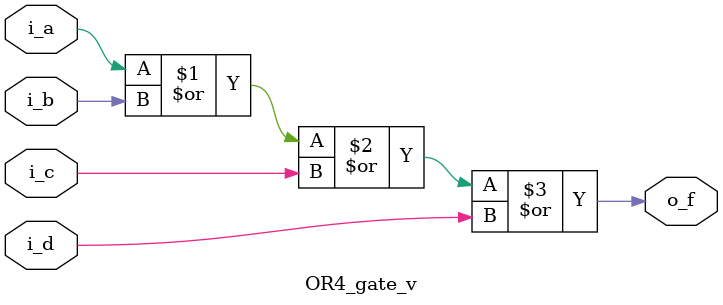
<source format=v>

module OR4_gate_v
  (input i_a, i_b, i_c, i_d,
   output o_f);
   
  assign o_f = i_a | i_b | i_c | i_d;
  
endmodule


// ////////////////////////////
// // Behavior Model
// ////////////////////////////
// module OR4_gate_v__behavior
  // (input i_a, i_b, i_c, i_d,
   // output o_f);
   
  // // assign o_f = 1 ? i_a | i_b | i_c | i_d : 0;
  // assign o_f = i_a | i_b | i_c | i_d ? 1 : 0;
  
// endmodule



// ////////////////////////////
// // Component Model - Self
// ////////////////////////////
// module OR4_gate_v__cmpnt_self
  // (input i_a, i_b, i_c, i_d,
  // output o_f);
   
  // wire fi1, fi2; // internal outputs
   
  // OR2_gate_v or1 (i_a, i_b, fi1);
  // OR2_gate_v OR2_gate (i_c, i_d, fi2);
  // OR2_gate_v or3 (fi1, fi2, o_f);
  
  // // assign o_f = 1 ? i_a | i_b | i_c | i_d : 0;
  
// endmodule











































































</source>
